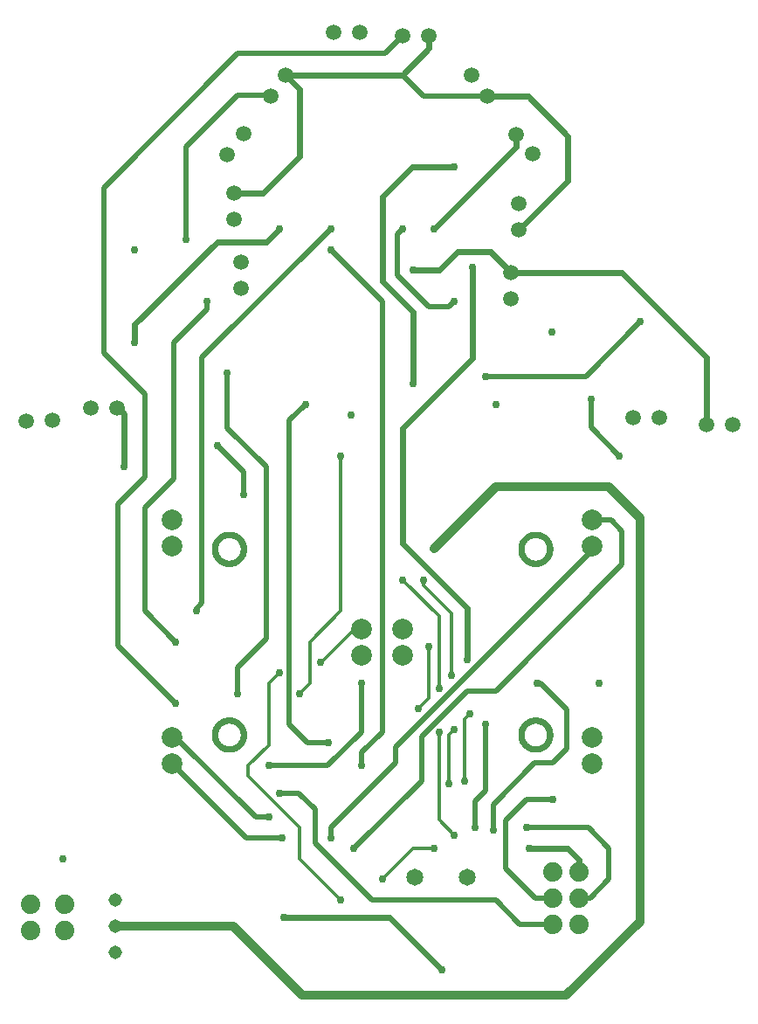
<source format=gbr>
G04 EAGLE Gerber RS-274X export*
G75*
%MOMM*%
%FSLAX34Y34*%
%LPD*%
%INBottom Copper*%
%IPPOS*%
%AMOC8*
5,1,8,0,0,1.08239X$1,22.5*%
G01*
%ADD10C,1.879600*%
%ADD11C,1.500000*%
%ADD12C,1.308000*%
%ADD13C,2.000000*%
%ADD14C,0.600000*%
%ADD15C,1.651000*%
%ADD16C,0.756400*%
%ADD17C,0.609600*%
%ADD18C,0.508000*%
%ADD19C,0.812800*%
%ADD20C,0.254000*%
%ADD21C,0.304800*%


D10*
X965700Y377300D03*
X991100Y377300D03*
X965700Y351900D03*
X991100Y351900D03*
X965700Y326500D03*
X991100Y326500D03*
X492200Y320300D03*
X492200Y345700D03*
X458700Y320300D03*
X458700Y345700D03*
D11*
X663100Y942700D03*
X663100Y968100D03*
X454471Y814023D03*
X479869Y814378D03*
X932200Y1024600D03*
X932200Y999200D03*
X656000Y1009200D03*
X656000Y1034600D03*
X691658Y1128618D03*
X706154Y1149475D03*
X887014Y1149115D03*
X902158Y1128723D03*
X819700Y1186900D03*
X845100Y1186900D03*
X1043500Y816900D03*
X1068900Y816900D03*
X517300Y826900D03*
X542700Y826900D03*
D12*
X541400Y324600D03*
X541400Y299200D03*
X541400Y350000D03*
D13*
X596250Y507300D03*
X596250Y481900D03*
X596250Y692700D03*
X596250Y718100D03*
X1003750Y718100D03*
X1003750Y692700D03*
X1003750Y507300D03*
X1003750Y481900D03*
D14*
X637500Y690000D02*
X637504Y690344D01*
X637517Y690687D01*
X637538Y691030D01*
X637567Y691372D01*
X637605Y691714D01*
X637652Y692054D01*
X637706Y692393D01*
X637769Y692731D01*
X637840Y693067D01*
X637920Y693402D01*
X638007Y693734D01*
X638103Y694064D01*
X638207Y694392D01*
X638318Y694716D01*
X638438Y695039D01*
X638566Y695358D01*
X638701Y695673D01*
X638844Y695986D01*
X638995Y696295D01*
X639153Y696600D01*
X639319Y696901D01*
X639492Y697197D01*
X639672Y697490D01*
X639859Y697778D01*
X640054Y698061D01*
X640255Y698340D01*
X640463Y698613D01*
X640678Y698882D01*
X640899Y699144D01*
X641127Y699402D01*
X641361Y699654D01*
X641601Y699899D01*
X641846Y700139D01*
X642098Y700373D01*
X642356Y700601D01*
X642618Y700822D01*
X642887Y701037D01*
X643160Y701245D01*
X643439Y701446D01*
X643722Y701641D01*
X644010Y701828D01*
X644303Y702008D01*
X644599Y702181D01*
X644900Y702347D01*
X645205Y702505D01*
X645514Y702656D01*
X645827Y702799D01*
X646142Y702934D01*
X646461Y703062D01*
X646784Y703182D01*
X647108Y703293D01*
X647436Y703397D01*
X647766Y703493D01*
X648098Y703580D01*
X648433Y703660D01*
X648769Y703731D01*
X649107Y703794D01*
X649446Y703848D01*
X649786Y703895D01*
X650128Y703933D01*
X650470Y703962D01*
X650813Y703983D01*
X651156Y703996D01*
X651500Y704000D01*
X651844Y703996D01*
X652187Y703983D01*
X652530Y703962D01*
X652872Y703933D01*
X653214Y703895D01*
X653554Y703848D01*
X653893Y703794D01*
X654231Y703731D01*
X654567Y703660D01*
X654902Y703580D01*
X655234Y703493D01*
X655564Y703397D01*
X655892Y703293D01*
X656216Y703182D01*
X656539Y703062D01*
X656858Y702934D01*
X657173Y702799D01*
X657486Y702656D01*
X657795Y702505D01*
X658100Y702347D01*
X658401Y702181D01*
X658697Y702008D01*
X658990Y701828D01*
X659278Y701641D01*
X659561Y701446D01*
X659840Y701245D01*
X660113Y701037D01*
X660382Y700822D01*
X660644Y700601D01*
X660902Y700373D01*
X661154Y700139D01*
X661399Y699899D01*
X661639Y699654D01*
X661873Y699402D01*
X662101Y699144D01*
X662322Y698882D01*
X662537Y698613D01*
X662745Y698340D01*
X662946Y698061D01*
X663141Y697778D01*
X663328Y697490D01*
X663508Y697197D01*
X663681Y696901D01*
X663847Y696600D01*
X664005Y696295D01*
X664156Y695986D01*
X664299Y695673D01*
X664434Y695358D01*
X664562Y695039D01*
X664682Y694716D01*
X664793Y694392D01*
X664897Y694064D01*
X664993Y693734D01*
X665080Y693402D01*
X665160Y693067D01*
X665231Y692731D01*
X665294Y692393D01*
X665348Y692054D01*
X665395Y691714D01*
X665433Y691372D01*
X665462Y691030D01*
X665483Y690687D01*
X665496Y690344D01*
X665500Y690000D01*
X665496Y689656D01*
X665483Y689313D01*
X665462Y688970D01*
X665433Y688628D01*
X665395Y688286D01*
X665348Y687946D01*
X665294Y687607D01*
X665231Y687269D01*
X665160Y686933D01*
X665080Y686598D01*
X664993Y686266D01*
X664897Y685936D01*
X664793Y685608D01*
X664682Y685284D01*
X664562Y684961D01*
X664434Y684642D01*
X664299Y684327D01*
X664156Y684014D01*
X664005Y683705D01*
X663847Y683400D01*
X663681Y683099D01*
X663508Y682803D01*
X663328Y682510D01*
X663141Y682222D01*
X662946Y681939D01*
X662745Y681660D01*
X662537Y681387D01*
X662322Y681118D01*
X662101Y680856D01*
X661873Y680598D01*
X661639Y680346D01*
X661399Y680101D01*
X661154Y679861D01*
X660902Y679627D01*
X660644Y679399D01*
X660382Y679178D01*
X660113Y678963D01*
X659840Y678755D01*
X659561Y678554D01*
X659278Y678359D01*
X658990Y678172D01*
X658697Y677992D01*
X658401Y677819D01*
X658100Y677653D01*
X657795Y677495D01*
X657486Y677344D01*
X657173Y677201D01*
X656858Y677066D01*
X656539Y676938D01*
X656216Y676818D01*
X655892Y676707D01*
X655564Y676603D01*
X655234Y676507D01*
X654902Y676420D01*
X654567Y676340D01*
X654231Y676269D01*
X653893Y676206D01*
X653554Y676152D01*
X653214Y676105D01*
X652872Y676067D01*
X652530Y676038D01*
X652187Y676017D01*
X651844Y676004D01*
X651500Y676000D01*
X651156Y676004D01*
X650813Y676017D01*
X650470Y676038D01*
X650128Y676067D01*
X649786Y676105D01*
X649446Y676152D01*
X649107Y676206D01*
X648769Y676269D01*
X648433Y676340D01*
X648098Y676420D01*
X647766Y676507D01*
X647436Y676603D01*
X647108Y676707D01*
X646784Y676818D01*
X646461Y676938D01*
X646142Y677066D01*
X645827Y677201D01*
X645514Y677344D01*
X645205Y677495D01*
X644900Y677653D01*
X644599Y677819D01*
X644303Y677992D01*
X644010Y678172D01*
X643722Y678359D01*
X643439Y678554D01*
X643160Y678755D01*
X642887Y678963D01*
X642618Y679178D01*
X642356Y679399D01*
X642098Y679627D01*
X641846Y679861D01*
X641601Y680101D01*
X641361Y680346D01*
X641127Y680598D01*
X640899Y680856D01*
X640678Y681118D01*
X640463Y681387D01*
X640255Y681660D01*
X640054Y681939D01*
X639859Y682222D01*
X639672Y682510D01*
X639492Y682803D01*
X639319Y683099D01*
X639153Y683400D01*
X638995Y683705D01*
X638844Y684014D01*
X638701Y684327D01*
X638566Y684642D01*
X638438Y684961D01*
X638318Y685284D01*
X638207Y685608D01*
X638103Y685936D01*
X638007Y686266D01*
X637920Y686598D01*
X637840Y686933D01*
X637769Y687269D01*
X637706Y687607D01*
X637652Y687946D01*
X637605Y688286D01*
X637567Y688628D01*
X637538Y688970D01*
X637517Y689313D01*
X637504Y689656D01*
X637500Y690000D01*
X637500Y510000D02*
X637504Y510344D01*
X637517Y510687D01*
X637538Y511030D01*
X637567Y511372D01*
X637605Y511714D01*
X637652Y512054D01*
X637706Y512393D01*
X637769Y512731D01*
X637840Y513067D01*
X637920Y513402D01*
X638007Y513734D01*
X638103Y514064D01*
X638207Y514392D01*
X638318Y514716D01*
X638438Y515039D01*
X638566Y515358D01*
X638701Y515673D01*
X638844Y515986D01*
X638995Y516295D01*
X639153Y516600D01*
X639319Y516901D01*
X639492Y517197D01*
X639672Y517490D01*
X639859Y517778D01*
X640054Y518061D01*
X640255Y518340D01*
X640463Y518613D01*
X640678Y518882D01*
X640899Y519144D01*
X641127Y519402D01*
X641361Y519654D01*
X641601Y519899D01*
X641846Y520139D01*
X642098Y520373D01*
X642356Y520601D01*
X642618Y520822D01*
X642887Y521037D01*
X643160Y521245D01*
X643439Y521446D01*
X643722Y521641D01*
X644010Y521828D01*
X644303Y522008D01*
X644599Y522181D01*
X644900Y522347D01*
X645205Y522505D01*
X645514Y522656D01*
X645827Y522799D01*
X646142Y522934D01*
X646461Y523062D01*
X646784Y523182D01*
X647108Y523293D01*
X647436Y523397D01*
X647766Y523493D01*
X648098Y523580D01*
X648433Y523660D01*
X648769Y523731D01*
X649107Y523794D01*
X649446Y523848D01*
X649786Y523895D01*
X650128Y523933D01*
X650470Y523962D01*
X650813Y523983D01*
X651156Y523996D01*
X651500Y524000D01*
X651844Y523996D01*
X652187Y523983D01*
X652530Y523962D01*
X652872Y523933D01*
X653214Y523895D01*
X653554Y523848D01*
X653893Y523794D01*
X654231Y523731D01*
X654567Y523660D01*
X654902Y523580D01*
X655234Y523493D01*
X655564Y523397D01*
X655892Y523293D01*
X656216Y523182D01*
X656539Y523062D01*
X656858Y522934D01*
X657173Y522799D01*
X657486Y522656D01*
X657795Y522505D01*
X658100Y522347D01*
X658401Y522181D01*
X658697Y522008D01*
X658990Y521828D01*
X659278Y521641D01*
X659561Y521446D01*
X659840Y521245D01*
X660113Y521037D01*
X660382Y520822D01*
X660644Y520601D01*
X660902Y520373D01*
X661154Y520139D01*
X661399Y519899D01*
X661639Y519654D01*
X661873Y519402D01*
X662101Y519144D01*
X662322Y518882D01*
X662537Y518613D01*
X662745Y518340D01*
X662946Y518061D01*
X663141Y517778D01*
X663328Y517490D01*
X663508Y517197D01*
X663681Y516901D01*
X663847Y516600D01*
X664005Y516295D01*
X664156Y515986D01*
X664299Y515673D01*
X664434Y515358D01*
X664562Y515039D01*
X664682Y514716D01*
X664793Y514392D01*
X664897Y514064D01*
X664993Y513734D01*
X665080Y513402D01*
X665160Y513067D01*
X665231Y512731D01*
X665294Y512393D01*
X665348Y512054D01*
X665395Y511714D01*
X665433Y511372D01*
X665462Y511030D01*
X665483Y510687D01*
X665496Y510344D01*
X665500Y510000D01*
X665496Y509656D01*
X665483Y509313D01*
X665462Y508970D01*
X665433Y508628D01*
X665395Y508286D01*
X665348Y507946D01*
X665294Y507607D01*
X665231Y507269D01*
X665160Y506933D01*
X665080Y506598D01*
X664993Y506266D01*
X664897Y505936D01*
X664793Y505608D01*
X664682Y505284D01*
X664562Y504961D01*
X664434Y504642D01*
X664299Y504327D01*
X664156Y504014D01*
X664005Y503705D01*
X663847Y503400D01*
X663681Y503099D01*
X663508Y502803D01*
X663328Y502510D01*
X663141Y502222D01*
X662946Y501939D01*
X662745Y501660D01*
X662537Y501387D01*
X662322Y501118D01*
X662101Y500856D01*
X661873Y500598D01*
X661639Y500346D01*
X661399Y500101D01*
X661154Y499861D01*
X660902Y499627D01*
X660644Y499399D01*
X660382Y499178D01*
X660113Y498963D01*
X659840Y498755D01*
X659561Y498554D01*
X659278Y498359D01*
X658990Y498172D01*
X658697Y497992D01*
X658401Y497819D01*
X658100Y497653D01*
X657795Y497495D01*
X657486Y497344D01*
X657173Y497201D01*
X656858Y497066D01*
X656539Y496938D01*
X656216Y496818D01*
X655892Y496707D01*
X655564Y496603D01*
X655234Y496507D01*
X654902Y496420D01*
X654567Y496340D01*
X654231Y496269D01*
X653893Y496206D01*
X653554Y496152D01*
X653214Y496105D01*
X652872Y496067D01*
X652530Y496038D01*
X652187Y496017D01*
X651844Y496004D01*
X651500Y496000D01*
X651156Y496004D01*
X650813Y496017D01*
X650470Y496038D01*
X650128Y496067D01*
X649786Y496105D01*
X649446Y496152D01*
X649107Y496206D01*
X648769Y496269D01*
X648433Y496340D01*
X648098Y496420D01*
X647766Y496507D01*
X647436Y496603D01*
X647108Y496707D01*
X646784Y496818D01*
X646461Y496938D01*
X646142Y497066D01*
X645827Y497201D01*
X645514Y497344D01*
X645205Y497495D01*
X644900Y497653D01*
X644599Y497819D01*
X644303Y497992D01*
X644010Y498172D01*
X643722Y498359D01*
X643439Y498554D01*
X643160Y498755D01*
X642887Y498963D01*
X642618Y499178D01*
X642356Y499399D01*
X642098Y499627D01*
X641846Y499861D01*
X641601Y500101D01*
X641361Y500346D01*
X641127Y500598D01*
X640899Y500856D01*
X640678Y501118D01*
X640463Y501387D01*
X640255Y501660D01*
X640054Y501939D01*
X639859Y502222D01*
X639672Y502510D01*
X639492Y502803D01*
X639319Y503099D01*
X639153Y503400D01*
X638995Y503705D01*
X638844Y504014D01*
X638701Y504327D01*
X638566Y504642D01*
X638438Y504961D01*
X638318Y505284D01*
X638207Y505608D01*
X638103Y505936D01*
X638007Y506266D01*
X637920Y506598D01*
X637840Y506933D01*
X637769Y507269D01*
X637706Y507607D01*
X637652Y507946D01*
X637605Y508286D01*
X637567Y508628D01*
X637538Y508970D01*
X637517Y509313D01*
X637504Y509656D01*
X637500Y510000D01*
X934500Y510000D02*
X934504Y510344D01*
X934517Y510687D01*
X934538Y511030D01*
X934567Y511372D01*
X934605Y511714D01*
X934652Y512054D01*
X934706Y512393D01*
X934769Y512731D01*
X934840Y513067D01*
X934920Y513402D01*
X935007Y513734D01*
X935103Y514064D01*
X935207Y514392D01*
X935318Y514716D01*
X935438Y515039D01*
X935566Y515358D01*
X935701Y515673D01*
X935844Y515986D01*
X935995Y516295D01*
X936153Y516600D01*
X936319Y516901D01*
X936492Y517197D01*
X936672Y517490D01*
X936859Y517778D01*
X937054Y518061D01*
X937255Y518340D01*
X937463Y518613D01*
X937678Y518882D01*
X937899Y519144D01*
X938127Y519402D01*
X938361Y519654D01*
X938601Y519899D01*
X938846Y520139D01*
X939098Y520373D01*
X939356Y520601D01*
X939618Y520822D01*
X939887Y521037D01*
X940160Y521245D01*
X940439Y521446D01*
X940722Y521641D01*
X941010Y521828D01*
X941303Y522008D01*
X941599Y522181D01*
X941900Y522347D01*
X942205Y522505D01*
X942514Y522656D01*
X942827Y522799D01*
X943142Y522934D01*
X943461Y523062D01*
X943784Y523182D01*
X944108Y523293D01*
X944436Y523397D01*
X944766Y523493D01*
X945098Y523580D01*
X945433Y523660D01*
X945769Y523731D01*
X946107Y523794D01*
X946446Y523848D01*
X946786Y523895D01*
X947128Y523933D01*
X947470Y523962D01*
X947813Y523983D01*
X948156Y523996D01*
X948500Y524000D01*
X948844Y523996D01*
X949187Y523983D01*
X949530Y523962D01*
X949872Y523933D01*
X950214Y523895D01*
X950554Y523848D01*
X950893Y523794D01*
X951231Y523731D01*
X951567Y523660D01*
X951902Y523580D01*
X952234Y523493D01*
X952564Y523397D01*
X952892Y523293D01*
X953216Y523182D01*
X953539Y523062D01*
X953858Y522934D01*
X954173Y522799D01*
X954486Y522656D01*
X954795Y522505D01*
X955100Y522347D01*
X955401Y522181D01*
X955697Y522008D01*
X955990Y521828D01*
X956278Y521641D01*
X956561Y521446D01*
X956840Y521245D01*
X957113Y521037D01*
X957382Y520822D01*
X957644Y520601D01*
X957902Y520373D01*
X958154Y520139D01*
X958399Y519899D01*
X958639Y519654D01*
X958873Y519402D01*
X959101Y519144D01*
X959322Y518882D01*
X959537Y518613D01*
X959745Y518340D01*
X959946Y518061D01*
X960141Y517778D01*
X960328Y517490D01*
X960508Y517197D01*
X960681Y516901D01*
X960847Y516600D01*
X961005Y516295D01*
X961156Y515986D01*
X961299Y515673D01*
X961434Y515358D01*
X961562Y515039D01*
X961682Y514716D01*
X961793Y514392D01*
X961897Y514064D01*
X961993Y513734D01*
X962080Y513402D01*
X962160Y513067D01*
X962231Y512731D01*
X962294Y512393D01*
X962348Y512054D01*
X962395Y511714D01*
X962433Y511372D01*
X962462Y511030D01*
X962483Y510687D01*
X962496Y510344D01*
X962500Y510000D01*
X962496Y509656D01*
X962483Y509313D01*
X962462Y508970D01*
X962433Y508628D01*
X962395Y508286D01*
X962348Y507946D01*
X962294Y507607D01*
X962231Y507269D01*
X962160Y506933D01*
X962080Y506598D01*
X961993Y506266D01*
X961897Y505936D01*
X961793Y505608D01*
X961682Y505284D01*
X961562Y504961D01*
X961434Y504642D01*
X961299Y504327D01*
X961156Y504014D01*
X961005Y503705D01*
X960847Y503400D01*
X960681Y503099D01*
X960508Y502803D01*
X960328Y502510D01*
X960141Y502222D01*
X959946Y501939D01*
X959745Y501660D01*
X959537Y501387D01*
X959322Y501118D01*
X959101Y500856D01*
X958873Y500598D01*
X958639Y500346D01*
X958399Y500101D01*
X958154Y499861D01*
X957902Y499627D01*
X957644Y499399D01*
X957382Y499178D01*
X957113Y498963D01*
X956840Y498755D01*
X956561Y498554D01*
X956278Y498359D01*
X955990Y498172D01*
X955697Y497992D01*
X955401Y497819D01*
X955100Y497653D01*
X954795Y497495D01*
X954486Y497344D01*
X954173Y497201D01*
X953858Y497066D01*
X953539Y496938D01*
X953216Y496818D01*
X952892Y496707D01*
X952564Y496603D01*
X952234Y496507D01*
X951902Y496420D01*
X951567Y496340D01*
X951231Y496269D01*
X950893Y496206D01*
X950554Y496152D01*
X950214Y496105D01*
X949872Y496067D01*
X949530Y496038D01*
X949187Y496017D01*
X948844Y496004D01*
X948500Y496000D01*
X948156Y496004D01*
X947813Y496017D01*
X947470Y496038D01*
X947128Y496067D01*
X946786Y496105D01*
X946446Y496152D01*
X946107Y496206D01*
X945769Y496269D01*
X945433Y496340D01*
X945098Y496420D01*
X944766Y496507D01*
X944436Y496603D01*
X944108Y496707D01*
X943784Y496818D01*
X943461Y496938D01*
X943142Y497066D01*
X942827Y497201D01*
X942514Y497344D01*
X942205Y497495D01*
X941900Y497653D01*
X941599Y497819D01*
X941303Y497992D01*
X941010Y498172D01*
X940722Y498359D01*
X940439Y498554D01*
X940160Y498755D01*
X939887Y498963D01*
X939618Y499178D01*
X939356Y499399D01*
X939098Y499627D01*
X938846Y499861D01*
X938601Y500101D01*
X938361Y500346D01*
X938127Y500598D01*
X937899Y500856D01*
X937678Y501118D01*
X937463Y501387D01*
X937255Y501660D01*
X937054Y501939D01*
X936859Y502222D01*
X936672Y502510D01*
X936492Y502803D01*
X936319Y503099D01*
X936153Y503400D01*
X935995Y503705D01*
X935844Y504014D01*
X935701Y504327D01*
X935566Y504642D01*
X935438Y504961D01*
X935318Y505284D01*
X935207Y505608D01*
X935103Y505936D01*
X935007Y506266D01*
X934920Y506598D01*
X934840Y506933D01*
X934769Y507269D01*
X934706Y507607D01*
X934652Y507946D01*
X934605Y508286D01*
X934567Y508628D01*
X934538Y508970D01*
X934517Y509313D01*
X934504Y509656D01*
X934500Y510000D01*
X934500Y690000D02*
X934504Y690344D01*
X934517Y690687D01*
X934538Y691030D01*
X934567Y691372D01*
X934605Y691714D01*
X934652Y692054D01*
X934706Y692393D01*
X934769Y692731D01*
X934840Y693067D01*
X934920Y693402D01*
X935007Y693734D01*
X935103Y694064D01*
X935207Y694392D01*
X935318Y694716D01*
X935438Y695039D01*
X935566Y695358D01*
X935701Y695673D01*
X935844Y695986D01*
X935995Y696295D01*
X936153Y696600D01*
X936319Y696901D01*
X936492Y697197D01*
X936672Y697490D01*
X936859Y697778D01*
X937054Y698061D01*
X937255Y698340D01*
X937463Y698613D01*
X937678Y698882D01*
X937899Y699144D01*
X938127Y699402D01*
X938361Y699654D01*
X938601Y699899D01*
X938846Y700139D01*
X939098Y700373D01*
X939356Y700601D01*
X939618Y700822D01*
X939887Y701037D01*
X940160Y701245D01*
X940439Y701446D01*
X940722Y701641D01*
X941010Y701828D01*
X941303Y702008D01*
X941599Y702181D01*
X941900Y702347D01*
X942205Y702505D01*
X942514Y702656D01*
X942827Y702799D01*
X943142Y702934D01*
X943461Y703062D01*
X943784Y703182D01*
X944108Y703293D01*
X944436Y703397D01*
X944766Y703493D01*
X945098Y703580D01*
X945433Y703660D01*
X945769Y703731D01*
X946107Y703794D01*
X946446Y703848D01*
X946786Y703895D01*
X947128Y703933D01*
X947470Y703962D01*
X947813Y703983D01*
X948156Y703996D01*
X948500Y704000D01*
X948844Y703996D01*
X949187Y703983D01*
X949530Y703962D01*
X949872Y703933D01*
X950214Y703895D01*
X950554Y703848D01*
X950893Y703794D01*
X951231Y703731D01*
X951567Y703660D01*
X951902Y703580D01*
X952234Y703493D01*
X952564Y703397D01*
X952892Y703293D01*
X953216Y703182D01*
X953539Y703062D01*
X953858Y702934D01*
X954173Y702799D01*
X954486Y702656D01*
X954795Y702505D01*
X955100Y702347D01*
X955401Y702181D01*
X955697Y702008D01*
X955990Y701828D01*
X956278Y701641D01*
X956561Y701446D01*
X956840Y701245D01*
X957113Y701037D01*
X957382Y700822D01*
X957644Y700601D01*
X957902Y700373D01*
X958154Y700139D01*
X958399Y699899D01*
X958639Y699654D01*
X958873Y699402D01*
X959101Y699144D01*
X959322Y698882D01*
X959537Y698613D01*
X959745Y698340D01*
X959946Y698061D01*
X960141Y697778D01*
X960328Y697490D01*
X960508Y697197D01*
X960681Y696901D01*
X960847Y696600D01*
X961005Y696295D01*
X961156Y695986D01*
X961299Y695673D01*
X961434Y695358D01*
X961562Y695039D01*
X961682Y694716D01*
X961793Y694392D01*
X961897Y694064D01*
X961993Y693734D01*
X962080Y693402D01*
X962160Y693067D01*
X962231Y692731D01*
X962294Y692393D01*
X962348Y692054D01*
X962395Y691714D01*
X962433Y691372D01*
X962462Y691030D01*
X962483Y690687D01*
X962496Y690344D01*
X962500Y690000D01*
X962496Y689656D01*
X962483Y689313D01*
X962462Y688970D01*
X962433Y688628D01*
X962395Y688286D01*
X962348Y687946D01*
X962294Y687607D01*
X962231Y687269D01*
X962160Y686933D01*
X962080Y686598D01*
X961993Y686266D01*
X961897Y685936D01*
X961793Y685608D01*
X961682Y685284D01*
X961562Y684961D01*
X961434Y684642D01*
X961299Y684327D01*
X961156Y684014D01*
X961005Y683705D01*
X960847Y683400D01*
X960681Y683099D01*
X960508Y682803D01*
X960328Y682510D01*
X960141Y682222D01*
X959946Y681939D01*
X959745Y681660D01*
X959537Y681387D01*
X959322Y681118D01*
X959101Y680856D01*
X958873Y680598D01*
X958639Y680346D01*
X958399Y680101D01*
X958154Y679861D01*
X957902Y679627D01*
X957644Y679399D01*
X957382Y679178D01*
X957113Y678963D01*
X956840Y678755D01*
X956561Y678554D01*
X956278Y678359D01*
X955990Y678172D01*
X955697Y677992D01*
X955401Y677819D01*
X955100Y677653D01*
X954795Y677495D01*
X954486Y677344D01*
X954173Y677201D01*
X953858Y677066D01*
X953539Y676938D01*
X953216Y676818D01*
X952892Y676707D01*
X952564Y676603D01*
X952234Y676507D01*
X951902Y676420D01*
X951567Y676340D01*
X951231Y676269D01*
X950893Y676206D01*
X950554Y676152D01*
X950214Y676105D01*
X949872Y676067D01*
X949530Y676038D01*
X949187Y676017D01*
X948844Y676004D01*
X948500Y676000D01*
X948156Y676004D01*
X947813Y676017D01*
X947470Y676038D01*
X947128Y676067D01*
X946786Y676105D01*
X946446Y676152D01*
X946107Y676206D01*
X945769Y676269D01*
X945433Y676340D01*
X945098Y676420D01*
X944766Y676507D01*
X944436Y676603D01*
X944108Y676707D01*
X943784Y676818D01*
X943461Y676938D01*
X943142Y677066D01*
X942827Y677201D01*
X942514Y677344D01*
X942205Y677495D01*
X941900Y677653D01*
X941599Y677819D01*
X941303Y677992D01*
X941010Y678172D01*
X940722Y678359D01*
X940439Y678554D01*
X940160Y678755D01*
X939887Y678963D01*
X939618Y679178D01*
X939356Y679399D01*
X939098Y679627D01*
X938846Y679861D01*
X938601Y680101D01*
X938361Y680346D01*
X938127Y680598D01*
X937899Y680856D01*
X937678Y681118D01*
X937463Y681387D01*
X937255Y681660D01*
X937054Y681939D01*
X936859Y682222D01*
X936672Y682510D01*
X936492Y682803D01*
X936319Y683099D01*
X936153Y683400D01*
X935995Y683705D01*
X935844Y684014D01*
X935701Y684327D01*
X935566Y684642D01*
X935438Y684961D01*
X935318Y685284D01*
X935207Y685608D01*
X935103Y685936D01*
X935007Y686266D01*
X934920Y686598D01*
X934840Y686933D01*
X934769Y687269D01*
X934706Y687607D01*
X934652Y687946D01*
X934605Y688286D01*
X934567Y688628D01*
X934538Y688970D01*
X934517Y689313D01*
X934504Y689656D01*
X934500Y690000D01*
D13*
X780000Y612700D03*
X780000Y587300D03*
X820000Y587300D03*
X820000Y612700D03*
D11*
X1114257Y810779D03*
X1139646Y810025D03*
X752548Y1190533D03*
X777947Y1190267D03*
X649393Y1072384D03*
X665378Y1092123D03*
X929639Y1091789D03*
X946168Y1072503D03*
X924944Y958117D03*
X924856Y932718D03*
D15*
X882200Y371900D03*
X831400Y371900D03*
D16*
X942700Y400000D03*
D17*
X980000Y400000D01*
X991100Y388900D02*
X991100Y377300D01*
X991100Y388900D02*
X980000Y400000D01*
D18*
X965700Y326500D02*
X933500Y326500D01*
X910000Y350000D01*
X790000Y350000D01*
X735000Y405000D01*
X735000Y437500D01*
X719200Y453300D01*
X700000Y453300D01*
D16*
X700000Y453300D03*
D18*
X948100Y351900D02*
X965700Y351900D01*
X948100Y351900D02*
X920000Y380000D01*
X920000Y427300D01*
X940000Y447300D02*
X965400Y447300D01*
X940000Y447300D02*
X920000Y427300D01*
D16*
X965400Y447300D03*
X940000Y420000D03*
D18*
X1000000Y420000D02*
X1020000Y400000D01*
X1020000Y370000D01*
X1001900Y351900D01*
X991100Y351900D01*
X1000000Y420000D02*
X940000Y420000D01*
D17*
X684600Y1034600D02*
X656000Y1034600D01*
X684600Y1034600D02*
X720000Y1070000D01*
X720000Y1135629D01*
X706154Y1149475D01*
X845100Y1175100D02*
X845100Y1186900D01*
X819475Y1149475D02*
X706154Y1149475D01*
X819475Y1149475D02*
X845100Y1175100D01*
X980000Y1047000D02*
X932200Y999200D01*
X980000Y1047000D02*
X980000Y1090000D01*
X941277Y1128723D01*
X902158Y1128723D01*
X542700Y828100D02*
X542700Y826900D01*
X550000Y820800D02*
X550000Y770000D01*
X550000Y820800D02*
X542700Y828100D01*
D16*
X550000Y770000D03*
X857500Y282500D03*
D17*
X806700Y333300D01*
X705800Y333300D01*
X705000Y332500D01*
D16*
X705000Y332500D03*
D18*
X840227Y1128723D02*
X902158Y1128723D01*
X840227Y1128723D02*
X819475Y1149475D01*
D19*
X655400Y324600D02*
X541400Y324600D01*
X655400Y324600D02*
X722700Y257300D01*
X978427Y257300D01*
X1050000Y328873D01*
X1050000Y720000D01*
D16*
X850000Y690000D03*
D19*
X910000Y750000D01*
X1020000Y750000D02*
X1050000Y720000D01*
X1020000Y750000D02*
X910000Y750000D01*
D16*
X740000Y580000D03*
D20*
X772700Y612700D01*
X780000Y612700D01*
D16*
X760000Y780000D03*
D21*
X760000Y630000D01*
X730000Y600000D01*
X730000Y560000D01*
X720000Y550000D01*
D16*
X720000Y550000D03*
X700000Y570000D03*
D21*
X690000Y560000D01*
X690000Y500000D02*
X670000Y480000D01*
X670000Y470000D01*
X690000Y500000D02*
X690000Y560000D01*
X670000Y470000D02*
X720000Y420000D01*
X720000Y390000D01*
X760000Y350000D01*
D16*
X760000Y350000D03*
X800000Y370000D03*
D21*
X830000Y400000D01*
X850000Y400000D01*
D16*
X850000Y400000D03*
X845000Y595000D03*
D21*
X845000Y545000D02*
X835000Y535000D01*
D16*
X835000Y535000D03*
D21*
X845000Y545000D02*
X845000Y595000D01*
D16*
X855000Y512500D03*
D21*
X855000Y427500D01*
X870000Y412500D01*
D16*
X870000Y412500D03*
X880000Y465000D03*
X840000Y660000D03*
D21*
X840000Y655000D01*
X867500Y627500D01*
X867500Y567500D01*
D16*
X867500Y567500D03*
X885000Y530000D03*
D21*
X880000Y525000D01*
X880000Y465000D01*
D16*
X865000Y462470D03*
D21*
X865000Y510000D01*
X870000Y515000D01*
D16*
X870000Y515000D03*
X855000Y555000D03*
D21*
X855000Y625000D01*
X820000Y660000D01*
D16*
X820000Y660000D03*
X690000Y430000D03*
D18*
X677300Y430000D01*
X600000Y507300D01*
X596250Y507300D01*
D16*
X702700Y410000D03*
D18*
X668150Y410000D01*
X596250Y481900D01*
D16*
X750000Y410000D03*
D18*
X750000Y419800D01*
X1003750Y688750D02*
X1003750Y692700D01*
X812800Y482600D02*
X750000Y419800D01*
X812800Y482600D02*
X812800Y497800D01*
X1003750Y688750D01*
D16*
X772700Y400000D03*
D18*
X838100Y508100D02*
X882550Y552550D01*
X1003750Y718100D02*
X1021900Y718100D01*
X1032500Y707500D02*
X1032500Y674800D01*
X1032500Y707500D02*
X1021900Y718100D01*
X910250Y552550D02*
X882550Y552550D01*
X910250Y552550D02*
X1032500Y674800D01*
X838100Y465400D02*
X772700Y400000D01*
X838100Y465400D02*
X838100Y508100D01*
D17*
X1114257Y810779D02*
X1114257Y875743D01*
X1031883Y958117D02*
X924944Y958117D01*
X1031883Y958117D02*
X1114257Y875743D01*
X924944Y958117D02*
X904944Y978117D01*
X873517Y978117D01*
X855400Y960000D01*
X830000Y960000D01*
D16*
X830000Y960000D03*
X850000Y1000000D03*
D17*
X929639Y1079639D01*
X929639Y1091789D01*
D16*
X780000Y480000D03*
D18*
X780000Y492700D02*
X800000Y512700D01*
X780000Y492700D02*
X780000Y480000D01*
X800000Y930000D02*
X750000Y980000D01*
D16*
X750000Y980000D03*
D18*
X800000Y930000D02*
X800000Y512700D01*
D16*
X887300Y962700D03*
D17*
X887300Y874600D01*
X820000Y807300D01*
X820000Y695000D01*
X882500Y632500D02*
X882500Y582500D01*
D16*
X882500Y582500D03*
D17*
X882500Y632500D02*
X820000Y695000D01*
D16*
X900000Y520000D03*
X890000Y420000D03*
D18*
X890000Y445500D02*
X900430Y455930D01*
X900430Y519570D01*
X900000Y520000D01*
X890000Y445500D02*
X890000Y420000D01*
D16*
X907500Y417500D03*
D18*
X979000Y534500D02*
X953500Y560000D01*
X950000Y560000D01*
D16*
X950000Y560000D03*
D18*
X907500Y442100D02*
X907500Y417500D01*
D16*
X820000Y1000000D03*
D18*
X815000Y995000D01*
X815000Y955000D01*
X845000Y925000D01*
X865000Y925000D01*
X870000Y930000D01*
D16*
X870000Y930000D03*
X1002500Y835000D03*
D18*
X1002500Y807500D01*
X1030000Y780000D01*
D16*
X1030000Y780000D03*
D18*
X948000Y482600D02*
X907500Y442100D01*
X948000Y482600D02*
X965200Y482600D01*
X979000Y496400D01*
X979000Y534500D01*
D16*
X560000Y890000D03*
D17*
X560000Y907460D02*
X640000Y987460D01*
X560000Y907460D02*
X560000Y890000D01*
X687460Y987460D02*
X700000Y1000000D01*
X687460Y987460D02*
X640000Y987460D01*
D16*
X700000Y1000000D03*
X620000Y630000D03*
D18*
X625400Y637300D02*
X625400Y875400D01*
X625400Y637300D02*
X620000Y631900D01*
X620000Y630000D01*
X625400Y875400D02*
X750000Y1000000D01*
D16*
X750000Y1000000D03*
X747500Y502500D03*
D18*
X710000Y814600D02*
X725400Y830000D01*
X710000Y814600D02*
X710000Y520000D01*
X727500Y502500D02*
X747500Y502500D01*
X727500Y502500D02*
X710000Y520000D01*
D16*
X725400Y830000D03*
X1050000Y910000D03*
D18*
X997300Y857300D01*
X900000Y857300D01*
D16*
X900000Y857300D03*
X600000Y600000D03*
D18*
X570000Y630000D01*
X570000Y730000D01*
X597700Y757700D01*
X597700Y890200D01*
X630000Y922500D01*
X630000Y930000D01*
D16*
X630000Y930000D03*
X660000Y550000D03*
D18*
X660000Y575400D02*
X687300Y602700D01*
X660000Y575400D02*
X660000Y550000D01*
X687300Y602700D02*
X687300Y770000D01*
X650000Y807300D01*
X650000Y860000D01*
D16*
X650000Y860000D03*
X610000Y990000D03*
D18*
X610000Y1080000D01*
X660000Y1130000D01*
X690275Y1130000D01*
X691658Y1128618D01*
D16*
X690000Y480000D03*
D18*
X780000Y512700D02*
X780000Y560000D01*
X780000Y512700D02*
X747300Y480000D01*
X690000Y480000D01*
D16*
X780000Y560000D03*
X830000Y850000D03*
D17*
X830000Y920000D01*
X800500Y949500D01*
X800500Y1031000D01*
X829500Y1060000D02*
X869500Y1060000D01*
X829500Y1060000D02*
X800500Y1031000D01*
D16*
X869500Y1060000D03*
D18*
X802800Y1170000D02*
X819700Y1186900D01*
X802800Y1170000D02*
X660000Y1170000D01*
X530000Y1040000D01*
X530000Y880000D02*
X570000Y840000D01*
X570000Y760000D01*
X543650Y733650D02*
X543650Y596350D01*
X600000Y540000D01*
D16*
X600000Y540000D03*
D18*
X530000Y880000D02*
X530000Y1040000D01*
X570000Y760000D02*
X543650Y733650D01*
D16*
X665400Y742700D03*
D18*
X665400Y764900D01*
X640300Y790000D01*
D16*
X640300Y790000D03*
X490000Y390000D03*
X1010000Y560000D03*
X770000Y820000D03*
X560000Y980000D03*
X964600Y900000D03*
X910000Y830000D03*
M02*

</source>
